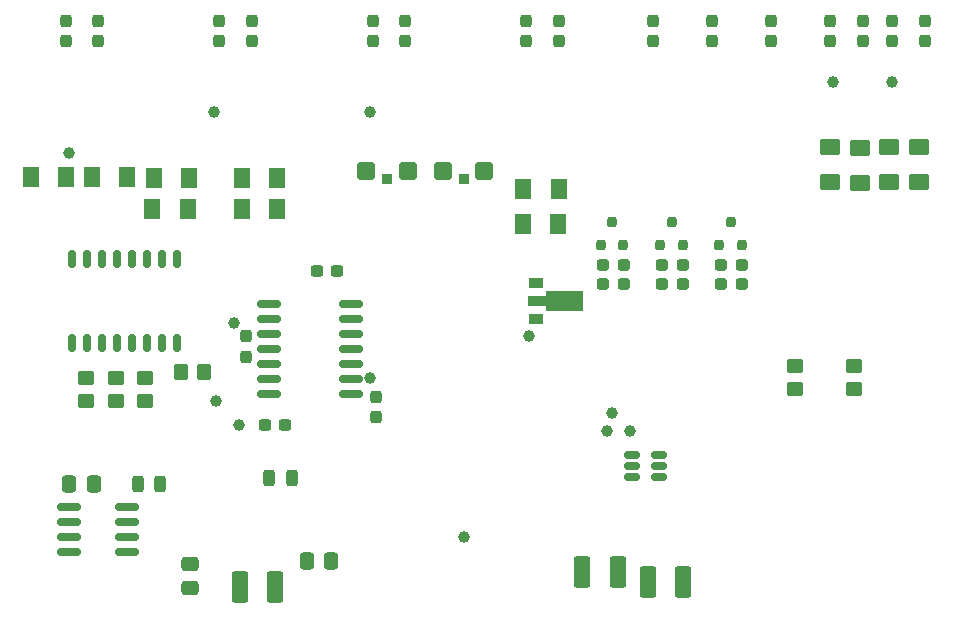
<source format=gbr>
%TF.GenerationSoftware,KiCad,Pcbnew,7.0.9*%
%TF.CreationDate,2024-06-20T13:45:24+03:00*%
%TF.ProjectId,_____ _______ _______ __________,1f3b3042-3020-4323-9d35-483d38452048,rev?*%
%TF.SameCoordinates,Original*%
%TF.FileFunction,Paste,Bot*%
%TF.FilePolarity,Positive*%
%FSLAX46Y46*%
G04 Gerber Fmt 4.6, Leading zero omitted, Abs format (unit mm)*
G04 Created by KiCad (PCBNEW 7.0.9) date 2024-06-20 13:45:24*
%MOMM*%
%LPD*%
G01*
G04 APERTURE LIST*
G04 Aperture macros list*
%AMRoundRect*
0 Rectangle with rounded corners*
0 $1 Rounding radius*
0 $2 $3 $4 $5 $6 $7 $8 $9 X,Y pos of 4 corners*
0 Add a 4 corners polygon primitive as box body*
4,1,4,$2,$3,$4,$5,$6,$7,$8,$9,$2,$3,0*
0 Add four circle primitives for the rounded corners*
1,1,$1+$1,$2,$3*
1,1,$1+$1,$4,$5*
1,1,$1+$1,$6,$7*
1,1,$1+$1,$8,$9*
0 Add four rect primitives between the rounded corners*
20,1,$1+$1,$2,$3,$4,$5,0*
20,1,$1+$1,$4,$5,$6,$7,0*
20,1,$1+$1,$6,$7,$8,$9,0*
20,1,$1+$1,$8,$9,$2,$3,0*%
%AMFreePoly0*
4,1,9,3.862500,-0.866500,0.737500,-0.866500,0.737500,-0.450000,-0.737500,-0.450000,-0.737500,0.450000,0.737500,0.450000,0.737500,0.866500,3.862500,0.866500,3.862500,-0.866500,3.862500,-0.866500,$1*%
G04 Aperture macros list end*
%ADD10RoundRect,0.237500X-0.237500X0.300000X-0.237500X-0.300000X0.237500X-0.300000X0.237500X0.300000X0*%
%ADD11RoundRect,0.237500X-0.300000X-0.237500X0.300000X-0.237500X0.300000X0.237500X-0.300000X0.237500X0*%
%ADD12RoundRect,0.237500X0.287500X0.237500X-0.287500X0.237500X-0.287500X-0.237500X0.287500X-0.237500X0*%
%ADD13RoundRect,0.250001X-0.462499X-1.074999X0.462499X-1.074999X0.462499X1.074999X-0.462499X1.074999X0*%
%ADD14C,1.000000*%
%ADD15RoundRect,0.250001X0.462499X0.624999X-0.462499X0.624999X-0.462499X-0.624999X0.462499X-0.624999X0*%
%ADD16RoundRect,0.237500X0.237500X-0.300000X0.237500X0.300000X-0.237500X0.300000X-0.237500X-0.300000X0*%
%ADD17R,1.300000X0.900000*%
%ADD18FreePoly0,0.000000*%
%ADD19RoundRect,0.250000X0.337500X0.475000X-0.337500X0.475000X-0.337500X-0.475000X0.337500X-0.475000X0*%
%ADD20RoundRect,0.200000X0.200000X-0.250000X0.200000X0.250000X-0.200000X0.250000X-0.200000X-0.250000X0*%
%ADD21RoundRect,0.250001X0.624999X-0.462499X0.624999X0.462499X-0.624999X0.462499X-0.624999X-0.462499X0*%
%ADD22RoundRect,0.250001X0.462499X1.074999X-0.462499X1.074999X-0.462499X-1.074999X0.462499X-1.074999X0*%
%ADD23RoundRect,0.243750X0.243750X0.456250X-0.243750X0.456250X-0.243750X-0.456250X0.243750X-0.456250X0*%
%ADD24RoundRect,0.150000X0.512500X0.150000X-0.512500X0.150000X-0.512500X-0.150000X0.512500X-0.150000X0*%
%ADD25RoundRect,0.237500X-0.287500X-0.237500X0.287500X-0.237500X0.287500X0.237500X-0.287500X0.237500X0*%
%ADD26RoundRect,0.250000X0.500000X0.500000X-0.500000X0.500000X-0.500000X-0.500000X0.500000X-0.500000X0*%
%ADD27RoundRect,0.225000X0.225000X0.225000X-0.225000X0.225000X-0.225000X-0.225000X0.225000X-0.225000X0*%
%ADD28RoundRect,0.250000X-0.450000X0.350000X-0.450000X-0.350000X0.450000X-0.350000X0.450000X0.350000X0*%
%ADD29RoundRect,0.150000X-0.837500X-0.150000X0.837500X-0.150000X0.837500X0.150000X-0.837500X0.150000X0*%
%ADD30RoundRect,0.250001X-0.462499X-0.624999X0.462499X-0.624999X0.462499X0.624999X-0.462499X0.624999X0*%
%ADD31RoundRect,0.250000X-0.475000X0.337500X-0.475000X-0.337500X0.475000X-0.337500X0.475000X0.337500X0*%
%ADD32RoundRect,0.250000X-0.350000X-0.450000X0.350000X-0.450000X0.350000X0.450000X-0.350000X0.450000X0*%
%ADD33RoundRect,0.150000X-0.150000X0.600000X-0.150000X-0.600000X0.150000X-0.600000X0.150000X0.600000X0*%
%ADD34RoundRect,0.250001X-0.624999X0.462499X-0.624999X-0.462499X0.624999X-0.462499X0.624999X0.462499X0*%
%ADD35RoundRect,0.150000X0.825000X0.150000X-0.825000X0.150000X-0.825000X-0.150000X0.825000X-0.150000X0*%
G04 APERTURE END LIST*
D10*
%TO.C,C28*%
X115500000Y-98000000D03*
X115500000Y-99725000D03*
%TD*%
D11*
%TO.C,C30*%
X121500000Y-92500000D03*
X123225000Y-92500000D03*
%TD*%
D12*
%TO.C,R10*%
X147500000Y-93600000D03*
X145750000Y-93600000D03*
%TD*%
D11*
%TO.C,C26*%
X117137500Y-105500000D03*
X118862500Y-105500000D03*
%TD*%
D13*
%TO.C,C10*%
X144000000Y-118000000D03*
X146975000Y-118000000D03*
%TD*%
D14*
%TO.C,TP3*%
X139500000Y-98000000D03*
%TD*%
D15*
%TO.C,R32*%
X141987500Y-85500000D03*
X139012500Y-85500000D03*
%TD*%
D16*
%TO.C,C29*%
X116000000Y-73000000D03*
X116000000Y-71275000D03*
%TD*%
D14*
%TO.C,TP16*%
X126000000Y-79000000D03*
%TD*%
D16*
%TO.C,C33*%
X129000000Y-73000000D03*
X129000000Y-71275000D03*
%TD*%
D17*
%TO.C,U6*%
X140050000Y-96500000D03*
D18*
X140137500Y-95000000D03*
D17*
X140050000Y-93500000D03*
%TD*%
D14*
%TO.C,TP22*%
X134000000Y-115000000D03*
%TD*%
D19*
%TO.C,C1*%
X102612500Y-110500000D03*
X100537500Y-110500000D03*
%TD*%
D16*
%TO.C,C25*%
X103000000Y-73000000D03*
X103000000Y-71275000D03*
%TD*%
D20*
%TO.C,Q3*%
X157500000Y-90300000D03*
X155600000Y-90300000D03*
X156550000Y-88300000D03*
%TD*%
D15*
%TO.C,R30*%
X118175000Y-87200000D03*
X115200000Y-87200000D03*
%TD*%
D14*
%TO.C,TP7*%
X100500000Y-82500000D03*
%TD*%
D19*
%TO.C,C9*%
X122737500Y-117000000D03*
X120662500Y-117000000D03*
%TD*%
D15*
%TO.C,R24*%
X100300000Y-84500000D03*
X97325000Y-84500000D03*
%TD*%
D21*
%TO.C,R42*%
X170000000Y-84975000D03*
X170000000Y-82000000D03*
%TD*%
D14*
%TO.C,TP13*%
X112800000Y-79000000D03*
%TD*%
D16*
%TO.C,C36*%
X139250000Y-73000000D03*
X139250000Y-71275000D03*
%TD*%
D21*
%TO.C,R40*%
X167500000Y-85000000D03*
X167500000Y-82025000D03*
%TD*%
D22*
%TO.C,C13*%
X152500000Y-118800000D03*
X149525000Y-118800000D03*
%TD*%
D16*
%TO.C,C20*%
X165000000Y-73000000D03*
X165000000Y-71275000D03*
%TD*%
D20*
%TO.C,Q2*%
X152500000Y-90300000D03*
X150600000Y-90300000D03*
X151550000Y-88300000D03*
%TD*%
D16*
%TO.C,C16*%
X155000000Y-73000000D03*
X155000000Y-71275000D03*
%TD*%
D23*
%TO.C,R2*%
X108250000Y-110500000D03*
X106375000Y-110500000D03*
%TD*%
D24*
%TO.C,U8*%
X150500000Y-108050000D03*
X150500000Y-109000000D03*
X150500000Y-109950000D03*
X148225000Y-109950000D03*
X148225000Y-109000000D03*
X148225000Y-108050000D03*
%TD*%
D21*
%TO.C,R39*%
X165000000Y-84975000D03*
X165000000Y-82000000D03*
%TD*%
D15*
%TO.C,R33*%
X141975000Y-88500000D03*
X139000000Y-88500000D03*
%TD*%
D12*
%TO.C,R21*%
X157500000Y-93600000D03*
X155750000Y-93600000D03*
%TD*%
D15*
%TO.C,R23*%
X105475000Y-84500000D03*
X102500000Y-84500000D03*
%TD*%
D16*
%TO.C,C15*%
X150000000Y-73000000D03*
X150000000Y-71275000D03*
%TD*%
D25*
%TO.C,R22*%
X155750000Y-92000000D03*
X157500000Y-92000000D03*
%TD*%
D26*
%TO.C,D1*%
X135699293Y-84000000D03*
X132199293Y-84000000D03*
D27*
X133949293Y-84650000D03*
%TD*%
D16*
%TO.C,C40*%
X167750000Y-73000000D03*
X167750000Y-71275000D03*
%TD*%
D14*
%TO.C,TP8*%
X146500000Y-104500000D03*
%TD*%
D13*
%TO.C,C2*%
X115012500Y-119200000D03*
X117987500Y-119200000D03*
%TD*%
D28*
%TO.C,R44*%
X167000000Y-100500000D03*
X167000000Y-102500000D03*
%TD*%
D14*
%TO.C,TP1*%
X114900000Y-105500000D03*
%TD*%
D16*
%TO.C,C17*%
X160000000Y-73000000D03*
X160000000Y-71275000D03*
%TD*%
D29*
%TO.C,U7*%
X117497500Y-102847500D03*
X117497500Y-101577500D03*
X117497500Y-100307500D03*
X117497500Y-99037500D03*
X117497500Y-97767500D03*
X117497500Y-96497500D03*
X117497500Y-95227500D03*
X124422500Y-95227500D03*
X124422500Y-96497500D03*
X124422500Y-97767500D03*
X124422500Y-99037500D03*
X124422500Y-100307500D03*
X124422500Y-101577500D03*
X124422500Y-102847500D03*
%TD*%
D16*
%TO.C,C31*%
X113250000Y-73000000D03*
X113250000Y-71275000D03*
%TD*%
D30*
%TO.C,R26*%
X107712500Y-84600000D03*
X110687500Y-84600000D03*
%TD*%
D14*
%TO.C,TP11*%
X113000000Y-103500000D03*
%TD*%
D31*
%TO.C,C8*%
X110750000Y-117250000D03*
X110750000Y-119325000D03*
%TD*%
D30*
%TO.C,R29*%
X115200000Y-84600000D03*
X118175000Y-84600000D03*
%TD*%
D14*
%TO.C,TP20*%
X170250000Y-76500000D03*
%TD*%
D16*
%TO.C,C21*%
X170250000Y-73000000D03*
X170250000Y-71275000D03*
%TD*%
%TO.C,C41*%
X173000000Y-73000000D03*
X173000000Y-71275000D03*
%TD*%
%TO.C,C35*%
X142000000Y-73000000D03*
X142000000Y-71275000D03*
%TD*%
D25*
%TO.C,R11*%
X145750000Y-92000000D03*
X147500000Y-92000000D03*
%TD*%
D14*
%TO.C,TP10*%
X146100000Y-106000000D03*
%TD*%
D28*
%TO.C,R25*%
X102000000Y-101500000D03*
X102000000Y-103500000D03*
%TD*%
D12*
%TO.C,R13*%
X152500000Y-93600000D03*
X150750000Y-93600000D03*
%TD*%
D32*
%TO.C,R34*%
X110000000Y-101000000D03*
X112000000Y-101000000D03*
%TD*%
D20*
%TO.C,Q1*%
X147450000Y-90300000D03*
X145550000Y-90300000D03*
X146500000Y-88300000D03*
%TD*%
D25*
%TO.C,R14*%
X150750000Y-92000000D03*
X152500000Y-92000000D03*
%TD*%
D14*
%TO.C,TP5*%
X114500000Y-96900000D03*
%TD*%
D26*
%TO.C,D2*%
X129200000Y-84000000D03*
X125700000Y-84000000D03*
D27*
X127450000Y-84650000D03*
%TD*%
D10*
%TO.C,C32*%
X126500000Y-103137500D03*
X126500000Y-104862500D03*
%TD*%
D28*
%TO.C,R31*%
X107000000Y-101500000D03*
X107000000Y-103500000D03*
%TD*%
D16*
%TO.C,C27*%
X100250000Y-73000000D03*
X100250000Y-71275000D03*
%TD*%
D14*
%TO.C,TP21*%
X165250000Y-76500000D03*
%TD*%
D33*
%TO.C,OC1*%
X100805000Y-91450000D03*
X102075000Y-91450000D03*
X103345000Y-91450000D03*
X104615000Y-91450000D03*
X105885000Y-91450000D03*
X107155000Y-91450000D03*
X108425000Y-91450000D03*
X109695000Y-91450000D03*
X109695000Y-98550000D03*
X108425000Y-98550000D03*
X107155000Y-98550000D03*
X105885000Y-98550000D03*
X104615000Y-98550000D03*
X103345000Y-98550000D03*
X102075000Y-98550000D03*
X100805000Y-98550000D03*
%TD*%
D34*
%TO.C,R41*%
X172500000Y-82000000D03*
X172500000Y-84975000D03*
%TD*%
D28*
%TO.C,R45*%
X162000000Y-100500000D03*
X162000000Y-102500000D03*
%TD*%
D14*
%TO.C,TP9*%
X148000000Y-106000000D03*
%TD*%
D15*
%TO.C,R27*%
X110575000Y-87200000D03*
X107600000Y-87200000D03*
%TD*%
D23*
%TO.C,R4*%
X119375000Y-110000000D03*
X117500000Y-110000000D03*
%TD*%
D16*
%TO.C,C34*%
X126250000Y-73000000D03*
X126250000Y-71275000D03*
%TD*%
D14*
%TO.C,TP14*%
X126000000Y-101500000D03*
%TD*%
D35*
%TO.C,U1*%
X105475000Y-112460000D03*
X105475000Y-113730000D03*
X105475000Y-115000000D03*
X105475000Y-116270000D03*
X100525000Y-116270000D03*
X100525000Y-115000000D03*
X100525000Y-113730000D03*
X100525000Y-112460000D03*
%TD*%
D28*
%TO.C,R28*%
X104500000Y-101500000D03*
X104500000Y-103500000D03*
%TD*%
M02*

</source>
